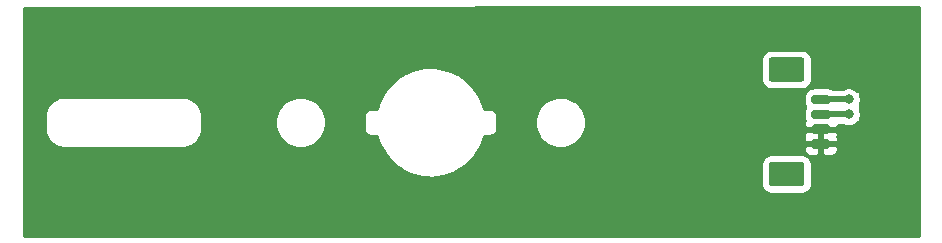
<source format=gbl>
%TF.GenerationSoftware,KiCad,Pcbnew,(5.1.9-0-10_14)*%
%TF.CreationDate,2022-02-18T16:19:17-06:00*%
%TF.ProjectId,OwlSat_Official_vent,4f776c53-6174-45f4-9f66-66696369616c,4*%
%TF.SameCoordinates,Original*%
%TF.FileFunction,Copper,L2,Bot*%
%TF.FilePolarity,Positive*%
%FSLAX46Y46*%
G04 Gerber Fmt 4.6, Leading zero omitted, Abs format (unit mm)*
G04 Created by KiCad (PCBNEW (5.1.9-0-10_14)) date 2022-02-18 16:19:17*
%MOMM*%
%LPD*%
G01*
G04 APERTURE LIST*
%TA.AperFunction,ViaPad*%
%ADD10C,0.800000*%
%TD*%
%TA.AperFunction,Conductor*%
%ADD11C,0.500000*%
%TD*%
%TA.AperFunction,Conductor*%
%ADD12C,0.254000*%
%TD*%
%TA.AperFunction,Conductor*%
%ADD13C,0.100000*%
%TD*%
G04 APERTURE END LIST*
%TO.P,U3,1*%
%TO.N,Net-(U1-Pad2)*%
%TA.AperFunction,SMDPad,CuDef*%
G36*
G01*
X182260000Y-97145000D02*
X181060000Y-97145000D01*
G75*
G02*
X180860000Y-96945000I0J200000D01*
G01*
X180860000Y-96545000D01*
G75*
G02*
X181060000Y-96345000I200000J0D01*
G01*
X182260000Y-96345000D01*
G75*
G02*
X182460000Y-96545000I0J-200000D01*
G01*
X182460000Y-96945000D01*
G75*
G02*
X182260000Y-97145000I-200000J0D01*
G01*
G37*
%TD.AperFunction*%
%TO.P,U3,2*%
%TA.AperFunction,SMDPad,CuDef*%
G36*
G01*
X182260000Y-95895000D02*
X181060000Y-95895000D01*
G75*
G02*
X180860000Y-95695000I0J200000D01*
G01*
X180860000Y-95295000D01*
G75*
G02*
X181060000Y-95095000I200000J0D01*
G01*
X182260000Y-95095000D01*
G75*
G02*
X182460000Y-95295000I0J-200000D01*
G01*
X182460000Y-95695000D01*
G75*
G02*
X182260000Y-95895000I-200000J0D01*
G01*
G37*
%TD.AperFunction*%
%TO.P,U3,3*%
%TO.N,Net-(U1-Pad1)*%
%TA.AperFunction,SMDPad,CuDef*%
G36*
G01*
X182260000Y-94645000D02*
X181060000Y-94645000D01*
G75*
G02*
X180860000Y-94445000I0J200000D01*
G01*
X180860000Y-94045000D01*
G75*
G02*
X181060000Y-93845000I200000J0D01*
G01*
X182260000Y-93845000D01*
G75*
G02*
X182460000Y-94045000I0J-200000D01*
G01*
X182460000Y-94445000D01*
G75*
G02*
X182260000Y-94645000I-200000J0D01*
G01*
G37*
%TD.AperFunction*%
%TO.P,U3,4*%
%TA.AperFunction,SMDPad,CuDef*%
G36*
G01*
X182260000Y-93395000D02*
X181060000Y-93395000D01*
G75*
G02*
X180860000Y-93195000I0J200000D01*
G01*
X180860000Y-92795000D01*
G75*
G02*
X181060000Y-92595000I200000J0D01*
G01*
X182260000Y-92595000D01*
G75*
G02*
X182460000Y-92795000I0J-200000D01*
G01*
X182460000Y-93195000D01*
G75*
G02*
X182260000Y-93395000I-200000J0D01*
G01*
G37*
%TD.AperFunction*%
%TO.P,U3,MP*%
%TO.N,N/C*%
%TA.AperFunction,SMDPad,CuDef*%
G36*
G01*
X180010001Y-100345000D02*
X177509999Y-100345000D01*
G75*
G02*
X177260000Y-100095001I0J249999D01*
G01*
X177260000Y-98494999D01*
G75*
G02*
X177509999Y-98245000I249999J0D01*
G01*
X180010001Y-98245000D01*
G75*
G02*
X180260000Y-98494999I0J-249999D01*
G01*
X180260000Y-100095001D01*
G75*
G02*
X180010001Y-100345000I-249999J0D01*
G01*
G37*
%TD.AperFunction*%
%TA.AperFunction,SMDPad,CuDef*%
G36*
G01*
X180010001Y-91495000D02*
X177509999Y-91495000D01*
G75*
G02*
X177260000Y-91245001I0J249999D01*
G01*
X177260000Y-89644999D01*
G75*
G02*
X177509999Y-89395000I249999J0D01*
G01*
X180010001Y-89395000D01*
G75*
G02*
X180260000Y-89644999I0J-249999D01*
G01*
X180260000Y-91245001D01*
G75*
G02*
X180010001Y-91495000I-249999J0D01*
G01*
G37*
%TD.AperFunction*%
%TD*%
D10*
%TO.N,Net-(U1-Pad1)*%
X184010000Y-92980000D03*
X184020000Y-94230000D03*
%TO.N,Net-(U1-Pad2)*%
X152390000Y-88800000D03*
X152400000Y-87560000D03*
X152400000Y-86290000D03*
X144990000Y-100780000D03*
X145010000Y-102160000D03*
X144980000Y-103510000D03*
%TD*%
D11*
%TO.N,Net-(U1-Pad1)*%
X181675000Y-92980000D02*
X181660000Y-92995000D01*
X184010000Y-92980000D02*
X181675000Y-92980000D01*
X181675000Y-94230000D02*
X181660000Y-94245000D01*
X184020000Y-94230000D02*
X181675000Y-94230000D01*
%TD*%
D12*
%TO.N,Net-(U1-Pad2)*%
X189950001Y-104513000D02*
X114197000Y-104513000D01*
X114197000Y-95442418D01*
X115950000Y-95442418D01*
X115952783Y-95470673D01*
X115952740Y-95476801D01*
X115953640Y-95485972D01*
X115974041Y-95680069D01*
X115986068Y-95738658D01*
X115997277Y-95797423D01*
X115999941Y-95806245D01*
X116057653Y-95992683D01*
X116080838Y-96047838D01*
X116103242Y-96103291D01*
X116107568Y-96111427D01*
X116200393Y-96283104D01*
X116233846Y-96332699D01*
X116266600Y-96382753D01*
X116272424Y-96389894D01*
X116396828Y-96540272D01*
X116439263Y-96582411D01*
X116481126Y-96625161D01*
X116488227Y-96631034D01*
X116639469Y-96754384D01*
X116689277Y-96787477D01*
X116738651Y-96821284D01*
X116746757Y-96825667D01*
X116919080Y-96917292D01*
X116974392Y-96940090D01*
X117029366Y-96963652D01*
X117038169Y-96966377D01*
X117225006Y-97022786D01*
X117283686Y-97034405D01*
X117342196Y-97046842D01*
X117351361Y-97047805D01*
X117545594Y-97066850D01*
X117545598Y-97066850D01*
X117577581Y-97070000D01*
X127642419Y-97070000D01*
X127670674Y-97067217D01*
X127676801Y-97067260D01*
X127685972Y-97066360D01*
X127880069Y-97045959D01*
X127938658Y-97033932D01*
X127997423Y-97022723D01*
X128006245Y-97020059D01*
X128192683Y-96962347D01*
X128247838Y-96939162D01*
X128303291Y-96916758D01*
X128311427Y-96912432D01*
X128483104Y-96819607D01*
X128532699Y-96786154D01*
X128582753Y-96753400D01*
X128589894Y-96747576D01*
X128740272Y-96623172D01*
X128782411Y-96580737D01*
X128825161Y-96538874D01*
X128831034Y-96531773D01*
X128954384Y-96380531D01*
X128987477Y-96330723D01*
X129021284Y-96281349D01*
X129025667Y-96273243D01*
X129117292Y-96100920D01*
X129140090Y-96045608D01*
X129163652Y-95990634D01*
X129166377Y-95981831D01*
X129222786Y-95794994D01*
X129234405Y-95736314D01*
X129246842Y-95677804D01*
X129247805Y-95668639D01*
X129266850Y-95474406D01*
X129266850Y-95474402D01*
X129270000Y-95442419D01*
X129270000Y-94696323D01*
X135440497Y-94696323D01*
X135440497Y-95123677D01*
X135523870Y-95542821D01*
X135687412Y-95937645D01*
X135924837Y-96292977D01*
X136227023Y-96595163D01*
X136582355Y-96832588D01*
X136977179Y-96996130D01*
X137396323Y-97079503D01*
X137823677Y-97079503D01*
X138242821Y-96996130D01*
X138637645Y-96832588D01*
X138992977Y-96595163D01*
X139295163Y-96292977D01*
X139532588Y-95937645D01*
X139696130Y-95542821D01*
X139722549Y-95410000D01*
X142946807Y-95410000D01*
X142959550Y-95539383D01*
X142997290Y-95663793D01*
X143058575Y-95778450D01*
X143141052Y-95878948D01*
X143241550Y-95961425D01*
X143356207Y-96022710D01*
X143480617Y-96060450D01*
X143577581Y-96070000D01*
X143610000Y-96073193D01*
X143642419Y-96070000D01*
X144071717Y-96070000D01*
X144089968Y-96158910D01*
X144105750Y-96209891D01*
X144119810Y-96261377D01*
X144123154Y-96269964D01*
X144413729Y-97001075D01*
X144441126Y-97054213D01*
X144467809Y-97107789D01*
X144472757Y-97115563D01*
X144899804Y-97776310D01*
X144937019Y-97823138D01*
X144973583Y-97870489D01*
X144979947Y-97877154D01*
X145527201Y-98442370D01*
X145572822Y-98481093D01*
X145617866Y-98520423D01*
X145625403Y-98525725D01*
X146272019Y-98973881D01*
X146324247Y-99002981D01*
X146376119Y-99032839D01*
X146384542Y-99036576D01*
X147105891Y-99350602D01*
X147162800Y-99369010D01*
X147219459Y-99388216D01*
X147228448Y-99390246D01*
X147997054Y-99558181D01*
X148056457Y-99565185D01*
X148115765Y-99573020D01*
X148124977Y-99573265D01*
X148911565Y-99588712D01*
X148971185Y-99584046D01*
X149030897Y-99580211D01*
X149039981Y-99578662D01*
X149814587Y-99441033D01*
X149872165Y-99424875D01*
X149929996Y-99409515D01*
X149938607Y-99406231D01*
X150671729Y-99120767D01*
X150725094Y-99093722D01*
X150778817Y-99067433D01*
X150786625Y-99062539D01*
X151450338Y-98640115D01*
X151497414Y-98603236D01*
X151545028Y-98566997D01*
X151551738Y-98560680D01*
X151620529Y-98494999D01*
X176621928Y-98494999D01*
X176621928Y-100095001D01*
X176638992Y-100268255D01*
X176689528Y-100434851D01*
X176771595Y-100588387D01*
X176882038Y-100722962D01*
X177016613Y-100833405D01*
X177170149Y-100915472D01*
X177336745Y-100966008D01*
X177509999Y-100983072D01*
X180010001Y-100983072D01*
X180183255Y-100966008D01*
X180349851Y-100915472D01*
X180503387Y-100833405D01*
X180637962Y-100722962D01*
X180748405Y-100588387D01*
X180830472Y-100434851D01*
X180881008Y-100268255D01*
X180898072Y-100095001D01*
X180898072Y-98494999D01*
X180881008Y-98321745D01*
X180830472Y-98155149D01*
X180748405Y-98001613D01*
X180637962Y-97867038D01*
X180503387Y-97756595D01*
X180349851Y-97674528D01*
X180183255Y-97623992D01*
X180010001Y-97606928D01*
X177509999Y-97606928D01*
X177336745Y-97623992D01*
X177170149Y-97674528D01*
X177016613Y-97756595D01*
X176882038Y-97867038D01*
X176771595Y-98001613D01*
X176689528Y-98155149D01*
X176638992Y-98321745D01*
X176621928Y-98494999D01*
X151620529Y-98494999D01*
X152120762Y-98017385D01*
X152159774Y-97972069D01*
X152199447Y-97927267D01*
X152204801Y-97919766D01*
X152657461Y-97276295D01*
X152686943Y-97224238D01*
X152717143Y-97172609D01*
X152720939Y-97164212D01*
X152729462Y-97145000D01*
X180221928Y-97145000D01*
X180234188Y-97269482D01*
X180270498Y-97389180D01*
X180329463Y-97499494D01*
X180408815Y-97596185D01*
X180505506Y-97675537D01*
X180615820Y-97734502D01*
X180735518Y-97770812D01*
X180860000Y-97783072D01*
X181374250Y-97780000D01*
X181533000Y-97621250D01*
X181533000Y-96872000D01*
X181787000Y-96872000D01*
X181787000Y-97621250D01*
X181945750Y-97780000D01*
X182460000Y-97783072D01*
X182584482Y-97770812D01*
X182704180Y-97734502D01*
X182814494Y-97675537D01*
X182911185Y-97596185D01*
X182990537Y-97499494D01*
X183049502Y-97389180D01*
X183085812Y-97269482D01*
X183098072Y-97145000D01*
X183095000Y-97030750D01*
X182936250Y-96872000D01*
X181787000Y-96872000D01*
X181533000Y-96872000D01*
X180383750Y-96872000D01*
X180225000Y-97030750D01*
X180221928Y-97145000D01*
X152729462Y-97145000D01*
X153039993Y-96445073D01*
X153058797Y-96388296D01*
X153078399Y-96331771D01*
X153080491Y-96322796D01*
X153137577Y-96070000D01*
X153577581Y-96070000D01*
X153610000Y-96073193D01*
X153642419Y-96070000D01*
X153739383Y-96060450D01*
X153863793Y-96022710D01*
X153978450Y-95961425D01*
X154078948Y-95878948D01*
X154161425Y-95778450D01*
X154222710Y-95663793D01*
X154260450Y-95539383D01*
X154273193Y-95410000D01*
X154270000Y-95377581D01*
X154270000Y-94696323D01*
X157440497Y-94696323D01*
X157440497Y-95123677D01*
X157523870Y-95542821D01*
X157687412Y-95937645D01*
X157924837Y-96292977D01*
X158227023Y-96595163D01*
X158582355Y-96832588D01*
X158977179Y-96996130D01*
X159396323Y-97079503D01*
X159823677Y-97079503D01*
X160242821Y-96996130D01*
X160637645Y-96832588D01*
X160992977Y-96595163D01*
X161295163Y-96292977D01*
X161532588Y-95937645D01*
X161550252Y-95895000D01*
X180221928Y-95895000D01*
X180234188Y-96019482D01*
X180264680Y-96120000D01*
X180234188Y-96220518D01*
X180221928Y-96345000D01*
X180225000Y-96459250D01*
X180383750Y-96618000D01*
X181533000Y-96618000D01*
X181533000Y-95622000D01*
X181787000Y-95622000D01*
X181787000Y-96618000D01*
X182936250Y-96618000D01*
X183095000Y-96459250D01*
X183098072Y-96345000D01*
X183085812Y-96220518D01*
X183055320Y-96120000D01*
X183085812Y-96019482D01*
X183098072Y-95895000D01*
X183095000Y-95780750D01*
X182936250Y-95622000D01*
X181787000Y-95622000D01*
X181533000Y-95622000D01*
X180383750Y-95622000D01*
X180225000Y-95780750D01*
X180221928Y-95895000D01*
X161550252Y-95895000D01*
X161696130Y-95542821D01*
X161779503Y-95123677D01*
X161779503Y-94696323D01*
X161696130Y-94277179D01*
X161532588Y-93882355D01*
X161295163Y-93527023D01*
X160992977Y-93224837D01*
X160637645Y-92987412D01*
X160242821Y-92823870D01*
X160097682Y-92795000D01*
X180221928Y-92795000D01*
X180221928Y-93195000D01*
X180238031Y-93358500D01*
X180285722Y-93515716D01*
X180341463Y-93620000D01*
X180285722Y-93724284D01*
X180238031Y-93881500D01*
X180221928Y-94045000D01*
X180221928Y-94445000D01*
X180238031Y-94608500D01*
X180285722Y-94765716D01*
X180300855Y-94794027D01*
X180270498Y-94850820D01*
X180234188Y-94970518D01*
X180221928Y-95095000D01*
X180225000Y-95209250D01*
X180383750Y-95368000D01*
X181533000Y-95368000D01*
X181533000Y-95348000D01*
X181787000Y-95348000D01*
X181787000Y-95368000D01*
X182936250Y-95368000D01*
X183095000Y-95209250D01*
X183097534Y-95115000D01*
X183481546Y-95115000D01*
X183529744Y-95147205D01*
X183718102Y-95225226D01*
X183918061Y-95265000D01*
X184121939Y-95265000D01*
X184321898Y-95225226D01*
X184510256Y-95147205D01*
X184679774Y-95033937D01*
X184823937Y-94889774D01*
X184832472Y-94877000D01*
X184850000Y-94877000D01*
X184874776Y-94874560D01*
X184898601Y-94867333D01*
X184920557Y-94855597D01*
X184939803Y-94839803D01*
X184955597Y-94820557D01*
X184967333Y-94798601D01*
X184974560Y-94774776D01*
X184977000Y-94750000D01*
X184977000Y-94624183D01*
X185015226Y-94531898D01*
X185055000Y-94331939D01*
X185055000Y-94128061D01*
X185015226Y-93928102D01*
X184977000Y-93835817D01*
X184977000Y-93350041D01*
X185005226Y-93281898D01*
X185045000Y-93081939D01*
X185045000Y-92878061D01*
X185005226Y-92678102D01*
X184977000Y-92609959D01*
X184977000Y-92400000D01*
X184974560Y-92375224D01*
X184967333Y-92351399D01*
X184955597Y-92329443D01*
X184939803Y-92310197D01*
X184920557Y-92294403D01*
X184898601Y-92282667D01*
X184874776Y-92275440D01*
X184850000Y-92273000D01*
X184766711Y-92273000D01*
X184669774Y-92176063D01*
X184500256Y-92062795D01*
X184311898Y-91984774D01*
X184111939Y-91945000D01*
X183908061Y-91945000D01*
X183708102Y-91984774D01*
X183519744Y-92062795D01*
X183471546Y-92095000D01*
X182719679Y-92095000D01*
X182580716Y-92020722D01*
X182423500Y-91973031D01*
X182260000Y-91956928D01*
X181060000Y-91956928D01*
X180896500Y-91973031D01*
X180739284Y-92020722D01*
X180594392Y-92098169D01*
X180467394Y-92202394D01*
X180363169Y-92329392D01*
X180285722Y-92474284D01*
X180238031Y-92631500D01*
X180221928Y-92795000D01*
X160097682Y-92795000D01*
X159823677Y-92740497D01*
X159396323Y-92740497D01*
X158977179Y-92823870D01*
X158582355Y-92987412D01*
X158227023Y-93224837D01*
X157924837Y-93527023D01*
X157687412Y-93882355D01*
X157523870Y-94277179D01*
X157440497Y-94696323D01*
X154270000Y-94696323D01*
X154270000Y-94442419D01*
X154273193Y-94410000D01*
X154260450Y-94280617D01*
X154222710Y-94156207D01*
X154161425Y-94041550D01*
X154078948Y-93941052D01*
X153978450Y-93858575D01*
X153863793Y-93797290D01*
X153739383Y-93759550D01*
X153642419Y-93750000D01*
X153610000Y-93746807D01*
X153577581Y-93750000D01*
X153148282Y-93750000D01*
X153133971Y-93680282D01*
X153118431Y-93630081D01*
X153104706Y-93579334D01*
X153101383Y-93570738D01*
X152812519Y-92838686D01*
X152785230Y-92785438D01*
X152758701Y-92731839D01*
X152753772Y-92724053D01*
X152328219Y-92062051D01*
X152291129Y-92015144D01*
X152254674Y-91967693D01*
X152248327Y-91961012D01*
X151702296Y-91394274D01*
X151656769Y-91355438D01*
X151611822Y-91315997D01*
X151604298Y-91310677D01*
X150958586Y-90860791D01*
X150906413Y-90831553D01*
X150854632Y-90801578D01*
X150846217Y-90797820D01*
X150125420Y-90481922D01*
X150068533Y-90463366D01*
X150011945Y-90444029D01*
X150002961Y-90441977D01*
X149234532Y-90272098D01*
X149175142Y-90264947D01*
X149115858Y-90256967D01*
X149106646Y-90256699D01*
X148319855Y-90239311D01*
X148260224Y-90243831D01*
X148200502Y-90247519D01*
X148191414Y-90249045D01*
X147416230Y-90384810D01*
X147358597Y-90400830D01*
X147300744Y-90416044D01*
X147292126Y-90419307D01*
X146558076Y-90703054D01*
X146504675Y-90729951D01*
X146450857Y-90756123D01*
X146443036Y-90760998D01*
X145778079Y-91181918D01*
X145730892Y-91218697D01*
X145683209Y-91254804D01*
X145676484Y-91261105D01*
X145105948Y-91803166D01*
X145066803Y-91848411D01*
X145027042Y-91893090D01*
X145021669Y-91900577D01*
X144567286Y-92543132D01*
X144537677Y-92595114D01*
X144507349Y-92646670D01*
X144503533Y-92655058D01*
X144182610Y-93373634D01*
X144163665Y-93430368D01*
X144143925Y-93486842D01*
X144141810Y-93495812D01*
X144083752Y-93750000D01*
X143642428Y-93750001D01*
X143610000Y-93746807D01*
X143480617Y-93759550D01*
X143356207Y-93797290D01*
X143241550Y-93858575D01*
X143141052Y-93941052D01*
X143058575Y-94041551D01*
X142997290Y-94156208D01*
X142959550Y-94280618D01*
X142950000Y-94377582D01*
X142950000Y-94377588D01*
X142946808Y-94410000D01*
X142950000Y-94442410D01*
X142950001Y-95377571D01*
X142946807Y-95410000D01*
X139722549Y-95410000D01*
X139779503Y-95123677D01*
X139779503Y-94696323D01*
X139696130Y-94277179D01*
X139532588Y-93882355D01*
X139295163Y-93527023D01*
X138992977Y-93224837D01*
X138637645Y-92987412D01*
X138242821Y-92823870D01*
X137823677Y-92740497D01*
X137396323Y-92740497D01*
X136977179Y-92823870D01*
X136582355Y-92987412D01*
X136227023Y-93224837D01*
X135924837Y-93527023D01*
X135687412Y-93882355D01*
X135523870Y-94277179D01*
X135440497Y-94696323D01*
X129270000Y-94696323D01*
X129270000Y-94377581D01*
X129267217Y-94349326D01*
X129267260Y-94343199D01*
X129266360Y-94334028D01*
X129245959Y-94139931D01*
X129233934Y-94081348D01*
X129222723Y-94022577D01*
X129220059Y-94013755D01*
X129162347Y-93827317D01*
X129139162Y-93772162D01*
X129116758Y-93716709D01*
X129112432Y-93708573D01*
X129019607Y-93536896D01*
X128986139Y-93487278D01*
X128953400Y-93437247D01*
X128947576Y-93430106D01*
X128823172Y-93279728D01*
X128780737Y-93237589D01*
X128738874Y-93194839D01*
X128731773Y-93188966D01*
X128580531Y-93065616D01*
X128530738Y-93032534D01*
X128481349Y-92998716D01*
X128473243Y-92994333D01*
X128300921Y-92902708D01*
X128245606Y-92879909D01*
X128190634Y-92856348D01*
X128181831Y-92853623D01*
X127994995Y-92797214D01*
X127936307Y-92785594D01*
X127877804Y-92773158D01*
X127868639Y-92772195D01*
X127674405Y-92753150D01*
X127674402Y-92753150D01*
X127642419Y-92750000D01*
X117577581Y-92750000D01*
X117549326Y-92752783D01*
X117543199Y-92752740D01*
X117534028Y-92753640D01*
X117339931Y-92774041D01*
X117281348Y-92786066D01*
X117222577Y-92797277D01*
X117213755Y-92799941D01*
X117027317Y-92857653D01*
X116972162Y-92880838D01*
X116916709Y-92903242D01*
X116908573Y-92907568D01*
X116736896Y-93000393D01*
X116687278Y-93033861D01*
X116637247Y-93066600D01*
X116630106Y-93072424D01*
X116479728Y-93196828D01*
X116437589Y-93239263D01*
X116394839Y-93281126D01*
X116388966Y-93288227D01*
X116265616Y-93439469D01*
X116232534Y-93489262D01*
X116198716Y-93538651D01*
X116194333Y-93546757D01*
X116102708Y-93719079D01*
X116079909Y-93774394D01*
X116056348Y-93829366D01*
X116053623Y-93838169D01*
X115997214Y-94025005D01*
X115985594Y-94083693D01*
X115973158Y-94142196D01*
X115972195Y-94151361D01*
X115953150Y-94345595D01*
X115953150Y-94345608D01*
X115950001Y-94377581D01*
X115950000Y-95442418D01*
X114197000Y-95442418D01*
X114197000Y-89644999D01*
X176621928Y-89644999D01*
X176621928Y-91245001D01*
X176638992Y-91418255D01*
X176689528Y-91584851D01*
X176771595Y-91738387D01*
X176882038Y-91872962D01*
X177016613Y-91983405D01*
X177170149Y-92065472D01*
X177336745Y-92116008D01*
X177509999Y-92133072D01*
X180010001Y-92133072D01*
X180183255Y-92116008D01*
X180349851Y-92065472D01*
X180503387Y-91983405D01*
X180637962Y-91872962D01*
X180748405Y-91738387D01*
X180830472Y-91584851D01*
X180881008Y-91418255D01*
X180898072Y-91245001D01*
X180898072Y-89644999D01*
X180881008Y-89471745D01*
X180830472Y-89305149D01*
X180748405Y-89151613D01*
X180637962Y-89017038D01*
X180503387Y-88906595D01*
X180349851Y-88824528D01*
X180183255Y-88773992D01*
X180010001Y-88756928D01*
X177509999Y-88756928D01*
X177336745Y-88773992D01*
X177170149Y-88824528D01*
X177016613Y-88906595D01*
X176882038Y-89017038D01*
X176771595Y-89151613D01*
X176689528Y-89305149D01*
X176638992Y-89471745D01*
X176621928Y-89644999D01*
X114197000Y-89644999D01*
X114197000Y-85196983D01*
X189950000Y-85187083D01*
X189950001Y-104513000D01*
%TA.AperFunction,Conductor*%
D13*
G36*
X189950001Y-104513000D02*
G01*
X114197000Y-104513000D01*
X114197000Y-95442418D01*
X115950000Y-95442418D01*
X115952783Y-95470673D01*
X115952740Y-95476801D01*
X115953640Y-95485972D01*
X115974041Y-95680069D01*
X115986068Y-95738658D01*
X115997277Y-95797423D01*
X115999941Y-95806245D01*
X116057653Y-95992683D01*
X116080838Y-96047838D01*
X116103242Y-96103291D01*
X116107568Y-96111427D01*
X116200393Y-96283104D01*
X116233846Y-96332699D01*
X116266600Y-96382753D01*
X116272424Y-96389894D01*
X116396828Y-96540272D01*
X116439263Y-96582411D01*
X116481126Y-96625161D01*
X116488227Y-96631034D01*
X116639469Y-96754384D01*
X116689277Y-96787477D01*
X116738651Y-96821284D01*
X116746757Y-96825667D01*
X116919080Y-96917292D01*
X116974392Y-96940090D01*
X117029366Y-96963652D01*
X117038169Y-96966377D01*
X117225006Y-97022786D01*
X117283686Y-97034405D01*
X117342196Y-97046842D01*
X117351361Y-97047805D01*
X117545594Y-97066850D01*
X117545598Y-97066850D01*
X117577581Y-97070000D01*
X127642419Y-97070000D01*
X127670674Y-97067217D01*
X127676801Y-97067260D01*
X127685972Y-97066360D01*
X127880069Y-97045959D01*
X127938658Y-97033932D01*
X127997423Y-97022723D01*
X128006245Y-97020059D01*
X128192683Y-96962347D01*
X128247838Y-96939162D01*
X128303291Y-96916758D01*
X128311427Y-96912432D01*
X128483104Y-96819607D01*
X128532699Y-96786154D01*
X128582753Y-96753400D01*
X128589894Y-96747576D01*
X128740272Y-96623172D01*
X128782411Y-96580737D01*
X128825161Y-96538874D01*
X128831034Y-96531773D01*
X128954384Y-96380531D01*
X128987477Y-96330723D01*
X129021284Y-96281349D01*
X129025667Y-96273243D01*
X129117292Y-96100920D01*
X129140090Y-96045608D01*
X129163652Y-95990634D01*
X129166377Y-95981831D01*
X129222786Y-95794994D01*
X129234405Y-95736314D01*
X129246842Y-95677804D01*
X129247805Y-95668639D01*
X129266850Y-95474406D01*
X129266850Y-95474402D01*
X129270000Y-95442419D01*
X129270000Y-94696323D01*
X135440497Y-94696323D01*
X135440497Y-95123677D01*
X135523870Y-95542821D01*
X135687412Y-95937645D01*
X135924837Y-96292977D01*
X136227023Y-96595163D01*
X136582355Y-96832588D01*
X136977179Y-96996130D01*
X137396323Y-97079503D01*
X137823677Y-97079503D01*
X138242821Y-96996130D01*
X138637645Y-96832588D01*
X138992977Y-96595163D01*
X139295163Y-96292977D01*
X139532588Y-95937645D01*
X139696130Y-95542821D01*
X139722549Y-95410000D01*
X142946807Y-95410000D01*
X142959550Y-95539383D01*
X142997290Y-95663793D01*
X143058575Y-95778450D01*
X143141052Y-95878948D01*
X143241550Y-95961425D01*
X143356207Y-96022710D01*
X143480617Y-96060450D01*
X143577581Y-96070000D01*
X143610000Y-96073193D01*
X143642419Y-96070000D01*
X144071717Y-96070000D01*
X144089968Y-96158910D01*
X144105750Y-96209891D01*
X144119810Y-96261377D01*
X144123154Y-96269964D01*
X144413729Y-97001075D01*
X144441126Y-97054213D01*
X144467809Y-97107789D01*
X144472757Y-97115563D01*
X144899804Y-97776310D01*
X144937019Y-97823138D01*
X144973583Y-97870489D01*
X144979947Y-97877154D01*
X145527201Y-98442370D01*
X145572822Y-98481093D01*
X145617866Y-98520423D01*
X145625403Y-98525725D01*
X146272019Y-98973881D01*
X146324247Y-99002981D01*
X146376119Y-99032839D01*
X146384542Y-99036576D01*
X147105891Y-99350602D01*
X147162800Y-99369010D01*
X147219459Y-99388216D01*
X147228448Y-99390246D01*
X147997054Y-99558181D01*
X148056457Y-99565185D01*
X148115765Y-99573020D01*
X148124977Y-99573265D01*
X148911565Y-99588712D01*
X148971185Y-99584046D01*
X149030897Y-99580211D01*
X149039981Y-99578662D01*
X149814587Y-99441033D01*
X149872165Y-99424875D01*
X149929996Y-99409515D01*
X149938607Y-99406231D01*
X150671729Y-99120767D01*
X150725094Y-99093722D01*
X150778817Y-99067433D01*
X150786625Y-99062539D01*
X151450338Y-98640115D01*
X151497414Y-98603236D01*
X151545028Y-98566997D01*
X151551738Y-98560680D01*
X151620529Y-98494999D01*
X176621928Y-98494999D01*
X176621928Y-100095001D01*
X176638992Y-100268255D01*
X176689528Y-100434851D01*
X176771595Y-100588387D01*
X176882038Y-100722962D01*
X177016613Y-100833405D01*
X177170149Y-100915472D01*
X177336745Y-100966008D01*
X177509999Y-100983072D01*
X180010001Y-100983072D01*
X180183255Y-100966008D01*
X180349851Y-100915472D01*
X180503387Y-100833405D01*
X180637962Y-100722962D01*
X180748405Y-100588387D01*
X180830472Y-100434851D01*
X180881008Y-100268255D01*
X180898072Y-100095001D01*
X180898072Y-98494999D01*
X180881008Y-98321745D01*
X180830472Y-98155149D01*
X180748405Y-98001613D01*
X180637962Y-97867038D01*
X180503387Y-97756595D01*
X180349851Y-97674528D01*
X180183255Y-97623992D01*
X180010001Y-97606928D01*
X177509999Y-97606928D01*
X177336745Y-97623992D01*
X177170149Y-97674528D01*
X177016613Y-97756595D01*
X176882038Y-97867038D01*
X176771595Y-98001613D01*
X176689528Y-98155149D01*
X176638992Y-98321745D01*
X176621928Y-98494999D01*
X151620529Y-98494999D01*
X152120762Y-98017385D01*
X152159774Y-97972069D01*
X152199447Y-97927267D01*
X152204801Y-97919766D01*
X152657461Y-97276295D01*
X152686943Y-97224238D01*
X152717143Y-97172609D01*
X152720939Y-97164212D01*
X152729462Y-97145000D01*
X180221928Y-97145000D01*
X180234188Y-97269482D01*
X180270498Y-97389180D01*
X180329463Y-97499494D01*
X180408815Y-97596185D01*
X180505506Y-97675537D01*
X180615820Y-97734502D01*
X180735518Y-97770812D01*
X180860000Y-97783072D01*
X181374250Y-97780000D01*
X181533000Y-97621250D01*
X181533000Y-96872000D01*
X181787000Y-96872000D01*
X181787000Y-97621250D01*
X181945750Y-97780000D01*
X182460000Y-97783072D01*
X182584482Y-97770812D01*
X182704180Y-97734502D01*
X182814494Y-97675537D01*
X182911185Y-97596185D01*
X182990537Y-97499494D01*
X183049502Y-97389180D01*
X183085812Y-97269482D01*
X183098072Y-97145000D01*
X183095000Y-97030750D01*
X182936250Y-96872000D01*
X181787000Y-96872000D01*
X181533000Y-96872000D01*
X180383750Y-96872000D01*
X180225000Y-97030750D01*
X180221928Y-97145000D01*
X152729462Y-97145000D01*
X153039993Y-96445073D01*
X153058797Y-96388296D01*
X153078399Y-96331771D01*
X153080491Y-96322796D01*
X153137577Y-96070000D01*
X153577581Y-96070000D01*
X153610000Y-96073193D01*
X153642419Y-96070000D01*
X153739383Y-96060450D01*
X153863793Y-96022710D01*
X153978450Y-95961425D01*
X154078948Y-95878948D01*
X154161425Y-95778450D01*
X154222710Y-95663793D01*
X154260450Y-95539383D01*
X154273193Y-95410000D01*
X154270000Y-95377581D01*
X154270000Y-94696323D01*
X157440497Y-94696323D01*
X157440497Y-95123677D01*
X157523870Y-95542821D01*
X157687412Y-95937645D01*
X157924837Y-96292977D01*
X158227023Y-96595163D01*
X158582355Y-96832588D01*
X158977179Y-96996130D01*
X159396323Y-97079503D01*
X159823677Y-97079503D01*
X160242821Y-96996130D01*
X160637645Y-96832588D01*
X160992977Y-96595163D01*
X161295163Y-96292977D01*
X161532588Y-95937645D01*
X161550252Y-95895000D01*
X180221928Y-95895000D01*
X180234188Y-96019482D01*
X180264680Y-96120000D01*
X180234188Y-96220518D01*
X180221928Y-96345000D01*
X180225000Y-96459250D01*
X180383750Y-96618000D01*
X181533000Y-96618000D01*
X181533000Y-95622000D01*
X181787000Y-95622000D01*
X181787000Y-96618000D01*
X182936250Y-96618000D01*
X183095000Y-96459250D01*
X183098072Y-96345000D01*
X183085812Y-96220518D01*
X183055320Y-96120000D01*
X183085812Y-96019482D01*
X183098072Y-95895000D01*
X183095000Y-95780750D01*
X182936250Y-95622000D01*
X181787000Y-95622000D01*
X181533000Y-95622000D01*
X180383750Y-95622000D01*
X180225000Y-95780750D01*
X180221928Y-95895000D01*
X161550252Y-95895000D01*
X161696130Y-95542821D01*
X161779503Y-95123677D01*
X161779503Y-94696323D01*
X161696130Y-94277179D01*
X161532588Y-93882355D01*
X161295163Y-93527023D01*
X160992977Y-93224837D01*
X160637645Y-92987412D01*
X160242821Y-92823870D01*
X160097682Y-92795000D01*
X180221928Y-92795000D01*
X180221928Y-93195000D01*
X180238031Y-93358500D01*
X180285722Y-93515716D01*
X180341463Y-93620000D01*
X180285722Y-93724284D01*
X180238031Y-93881500D01*
X180221928Y-94045000D01*
X180221928Y-94445000D01*
X180238031Y-94608500D01*
X180285722Y-94765716D01*
X180300855Y-94794027D01*
X180270498Y-94850820D01*
X180234188Y-94970518D01*
X180221928Y-95095000D01*
X180225000Y-95209250D01*
X180383750Y-95368000D01*
X181533000Y-95368000D01*
X181533000Y-95348000D01*
X181787000Y-95348000D01*
X181787000Y-95368000D01*
X182936250Y-95368000D01*
X183095000Y-95209250D01*
X183097534Y-95115000D01*
X183481546Y-95115000D01*
X183529744Y-95147205D01*
X183718102Y-95225226D01*
X183918061Y-95265000D01*
X184121939Y-95265000D01*
X184321898Y-95225226D01*
X184510256Y-95147205D01*
X184679774Y-95033937D01*
X184823937Y-94889774D01*
X184832472Y-94877000D01*
X184850000Y-94877000D01*
X184874776Y-94874560D01*
X184898601Y-94867333D01*
X184920557Y-94855597D01*
X184939803Y-94839803D01*
X184955597Y-94820557D01*
X184967333Y-94798601D01*
X184974560Y-94774776D01*
X184977000Y-94750000D01*
X184977000Y-94624183D01*
X185015226Y-94531898D01*
X185055000Y-94331939D01*
X185055000Y-94128061D01*
X185015226Y-93928102D01*
X184977000Y-93835817D01*
X184977000Y-93350041D01*
X185005226Y-93281898D01*
X185045000Y-93081939D01*
X185045000Y-92878061D01*
X185005226Y-92678102D01*
X184977000Y-92609959D01*
X184977000Y-92400000D01*
X184974560Y-92375224D01*
X184967333Y-92351399D01*
X184955597Y-92329443D01*
X184939803Y-92310197D01*
X184920557Y-92294403D01*
X184898601Y-92282667D01*
X184874776Y-92275440D01*
X184850000Y-92273000D01*
X184766711Y-92273000D01*
X184669774Y-92176063D01*
X184500256Y-92062795D01*
X184311898Y-91984774D01*
X184111939Y-91945000D01*
X183908061Y-91945000D01*
X183708102Y-91984774D01*
X183519744Y-92062795D01*
X183471546Y-92095000D01*
X182719679Y-92095000D01*
X182580716Y-92020722D01*
X182423500Y-91973031D01*
X182260000Y-91956928D01*
X181060000Y-91956928D01*
X180896500Y-91973031D01*
X180739284Y-92020722D01*
X180594392Y-92098169D01*
X180467394Y-92202394D01*
X180363169Y-92329392D01*
X180285722Y-92474284D01*
X180238031Y-92631500D01*
X180221928Y-92795000D01*
X160097682Y-92795000D01*
X159823677Y-92740497D01*
X159396323Y-92740497D01*
X158977179Y-92823870D01*
X158582355Y-92987412D01*
X158227023Y-93224837D01*
X157924837Y-93527023D01*
X157687412Y-93882355D01*
X157523870Y-94277179D01*
X157440497Y-94696323D01*
X154270000Y-94696323D01*
X154270000Y-94442419D01*
X154273193Y-94410000D01*
X154260450Y-94280617D01*
X154222710Y-94156207D01*
X154161425Y-94041550D01*
X154078948Y-93941052D01*
X153978450Y-93858575D01*
X153863793Y-93797290D01*
X153739383Y-93759550D01*
X153642419Y-93750000D01*
X153610000Y-93746807D01*
X153577581Y-93750000D01*
X153148282Y-93750000D01*
X153133971Y-93680282D01*
X153118431Y-93630081D01*
X153104706Y-93579334D01*
X153101383Y-93570738D01*
X152812519Y-92838686D01*
X152785230Y-92785438D01*
X152758701Y-92731839D01*
X152753772Y-92724053D01*
X152328219Y-92062051D01*
X152291129Y-92015144D01*
X152254674Y-91967693D01*
X152248327Y-91961012D01*
X151702296Y-91394274D01*
X151656769Y-91355438D01*
X151611822Y-91315997D01*
X151604298Y-91310677D01*
X150958586Y-90860791D01*
X150906413Y-90831553D01*
X150854632Y-90801578D01*
X150846217Y-90797820D01*
X150125420Y-90481922D01*
X150068533Y-90463366D01*
X150011945Y-90444029D01*
X150002961Y-90441977D01*
X149234532Y-90272098D01*
X149175142Y-90264947D01*
X149115858Y-90256967D01*
X149106646Y-90256699D01*
X148319855Y-90239311D01*
X148260224Y-90243831D01*
X148200502Y-90247519D01*
X148191414Y-90249045D01*
X147416230Y-90384810D01*
X147358597Y-90400830D01*
X147300744Y-90416044D01*
X147292126Y-90419307D01*
X146558076Y-90703054D01*
X146504675Y-90729951D01*
X146450857Y-90756123D01*
X146443036Y-90760998D01*
X145778079Y-91181918D01*
X145730892Y-91218697D01*
X145683209Y-91254804D01*
X145676484Y-91261105D01*
X145105948Y-91803166D01*
X145066803Y-91848411D01*
X145027042Y-91893090D01*
X145021669Y-91900577D01*
X144567286Y-92543132D01*
X144537677Y-92595114D01*
X144507349Y-92646670D01*
X144503533Y-92655058D01*
X144182610Y-93373634D01*
X144163665Y-93430368D01*
X144143925Y-93486842D01*
X144141810Y-93495812D01*
X144083752Y-93750000D01*
X143642428Y-93750001D01*
X143610000Y-93746807D01*
X143480617Y-93759550D01*
X143356207Y-93797290D01*
X143241550Y-93858575D01*
X143141052Y-93941052D01*
X143058575Y-94041551D01*
X142997290Y-94156208D01*
X142959550Y-94280618D01*
X142950000Y-94377582D01*
X142950000Y-94377588D01*
X142946808Y-94410000D01*
X142950000Y-94442410D01*
X142950001Y-95377571D01*
X142946807Y-95410000D01*
X139722549Y-95410000D01*
X139779503Y-95123677D01*
X139779503Y-94696323D01*
X139696130Y-94277179D01*
X139532588Y-93882355D01*
X139295163Y-93527023D01*
X138992977Y-93224837D01*
X138637645Y-92987412D01*
X138242821Y-92823870D01*
X137823677Y-92740497D01*
X137396323Y-92740497D01*
X136977179Y-92823870D01*
X136582355Y-92987412D01*
X136227023Y-93224837D01*
X135924837Y-93527023D01*
X135687412Y-93882355D01*
X135523870Y-94277179D01*
X135440497Y-94696323D01*
X129270000Y-94696323D01*
X129270000Y-94377581D01*
X129267217Y-94349326D01*
X129267260Y-94343199D01*
X129266360Y-94334028D01*
X129245959Y-94139931D01*
X129233934Y-94081348D01*
X129222723Y-94022577D01*
X129220059Y-94013755D01*
X129162347Y-93827317D01*
X129139162Y-93772162D01*
X129116758Y-93716709D01*
X129112432Y-93708573D01*
X129019607Y-93536896D01*
X128986139Y-93487278D01*
X128953400Y-93437247D01*
X128947576Y-93430106D01*
X128823172Y-93279728D01*
X128780737Y-93237589D01*
X128738874Y-93194839D01*
X128731773Y-93188966D01*
X128580531Y-93065616D01*
X128530738Y-93032534D01*
X128481349Y-92998716D01*
X128473243Y-92994333D01*
X128300921Y-92902708D01*
X128245606Y-92879909D01*
X128190634Y-92856348D01*
X128181831Y-92853623D01*
X127994995Y-92797214D01*
X127936307Y-92785594D01*
X127877804Y-92773158D01*
X127868639Y-92772195D01*
X127674405Y-92753150D01*
X127674402Y-92753150D01*
X127642419Y-92750000D01*
X117577581Y-92750000D01*
X117549326Y-92752783D01*
X117543199Y-92752740D01*
X117534028Y-92753640D01*
X117339931Y-92774041D01*
X117281348Y-92786066D01*
X117222577Y-92797277D01*
X117213755Y-92799941D01*
X117027317Y-92857653D01*
X116972162Y-92880838D01*
X116916709Y-92903242D01*
X116908573Y-92907568D01*
X116736896Y-93000393D01*
X116687278Y-93033861D01*
X116637247Y-93066600D01*
X116630106Y-93072424D01*
X116479728Y-93196828D01*
X116437589Y-93239263D01*
X116394839Y-93281126D01*
X116388966Y-93288227D01*
X116265616Y-93439469D01*
X116232534Y-93489262D01*
X116198716Y-93538651D01*
X116194333Y-93546757D01*
X116102708Y-93719079D01*
X116079909Y-93774394D01*
X116056348Y-93829366D01*
X116053623Y-93838169D01*
X115997214Y-94025005D01*
X115985594Y-94083693D01*
X115973158Y-94142196D01*
X115972195Y-94151361D01*
X115953150Y-94345595D01*
X115953150Y-94345608D01*
X115950001Y-94377581D01*
X115950000Y-95442418D01*
X114197000Y-95442418D01*
X114197000Y-89644999D01*
X176621928Y-89644999D01*
X176621928Y-91245001D01*
X176638992Y-91418255D01*
X176689528Y-91584851D01*
X176771595Y-91738387D01*
X176882038Y-91872962D01*
X177016613Y-91983405D01*
X177170149Y-92065472D01*
X177336745Y-92116008D01*
X177509999Y-92133072D01*
X180010001Y-92133072D01*
X180183255Y-92116008D01*
X180349851Y-92065472D01*
X180503387Y-91983405D01*
X180637962Y-91872962D01*
X180748405Y-91738387D01*
X180830472Y-91584851D01*
X180881008Y-91418255D01*
X180898072Y-91245001D01*
X180898072Y-89644999D01*
X180881008Y-89471745D01*
X180830472Y-89305149D01*
X180748405Y-89151613D01*
X180637962Y-89017038D01*
X180503387Y-88906595D01*
X180349851Y-88824528D01*
X180183255Y-88773992D01*
X180010001Y-88756928D01*
X177509999Y-88756928D01*
X177336745Y-88773992D01*
X177170149Y-88824528D01*
X177016613Y-88906595D01*
X176882038Y-89017038D01*
X176771595Y-89151613D01*
X176689528Y-89305149D01*
X176638992Y-89471745D01*
X176621928Y-89644999D01*
X114197000Y-89644999D01*
X114197000Y-85196983D01*
X189950000Y-85187083D01*
X189950001Y-104513000D01*
G37*
%TD.AperFunction*%
%TD*%
M02*

</source>
